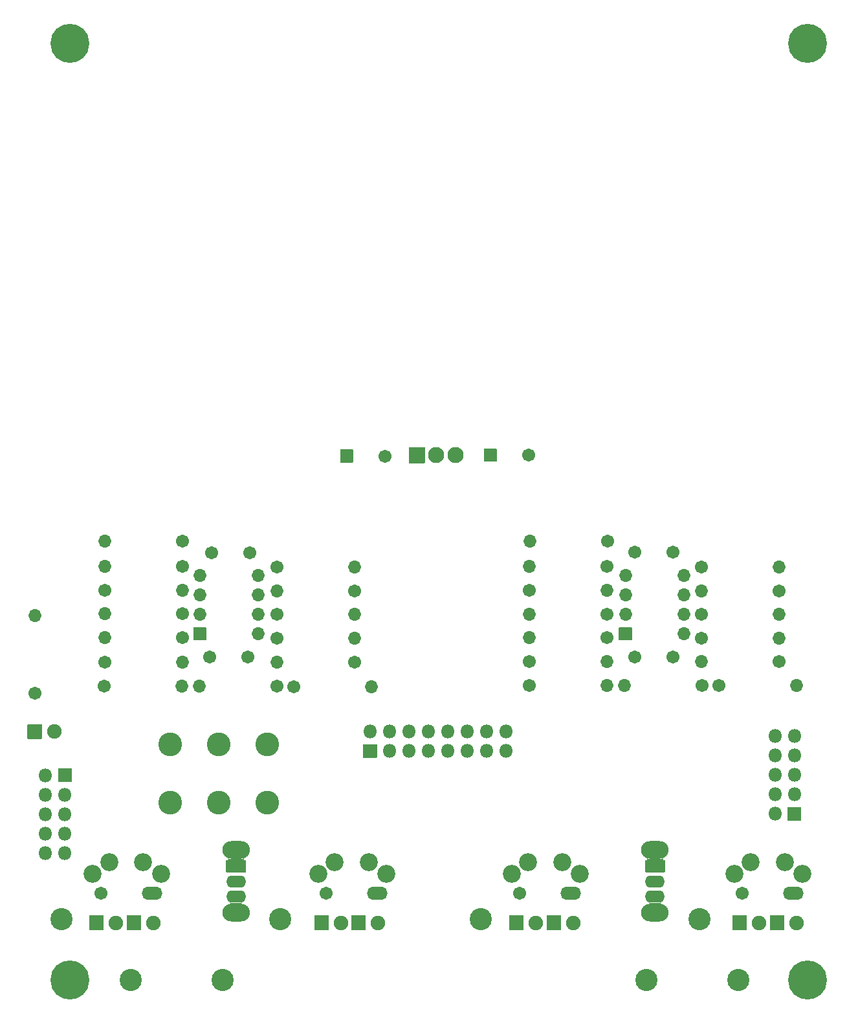
<source format=gbr>
G04 #@! TF.GenerationSoftware,KiCad,Pcbnew,(5.1.10)-1*
G04 #@! TF.CreationDate,2021-12-25T05:28:49-08:00*
G04 #@! TF.ProjectId,PBJ EU,50424a20-4555-42e6-9b69-6361645f7063,4.1*
G04 #@! TF.SameCoordinates,Original*
G04 #@! TF.FileFunction,Soldermask,Bot*
G04 #@! TF.FilePolarity,Negative*
%FSLAX46Y46*%
G04 Gerber Fmt 4.6, Leading zero omitted, Abs format (unit mm)*
G04 Created by KiCad (PCBNEW (5.1.10)-1) date 2021-12-25 05:28:49*
%MOMM*%
%LPD*%
G01*
G04 APERTURE LIST*
%ADD10C,3.102000*%
%ADD11C,1.902000*%
%ADD12O,1.702000X1.702000*%
%ADD13C,1.702000*%
%ADD14O,3.602000X2.302000*%
%ADD15O,2.602000X1.602000*%
%ADD16C,2.102000*%
%ADD17C,2.902000*%
%ADD18O,2.702000X1.702000*%
%ADD19C,2.352000*%
%ADD20C,5.102000*%
%ADD21O,1.802000X1.802000*%
%ADD22C,0.100000*%
G04 APERTURE END LIST*
D10*
X60650000Y-124690000D03*
X60650000Y-132310000D03*
X67000000Y-124690000D03*
X67000000Y-132310000D03*
X73350000Y-124690000D03*
X73350000Y-132310000D03*
D11*
X108490000Y-148000000D03*
G36*
G01*
X104999000Y-148900000D02*
X104999000Y-147100000D01*
G75*
G02*
X105050000Y-147049000I51000J0D01*
G01*
X106850000Y-147049000D01*
G75*
G02*
X106901000Y-147100000I0J-51000D01*
G01*
X106901000Y-148900000D01*
G75*
G02*
X106850000Y-148951000I-51000J0D01*
G01*
X105050000Y-148951000D01*
G75*
G02*
X104999000Y-148900000I0J51000D01*
G01*
G37*
D12*
X74630000Y-113930000D03*
D13*
X84790000Y-113930000D03*
D12*
X84770000Y-107670000D03*
D13*
X74610000Y-107670000D03*
D12*
X140290000Y-107660000D03*
D13*
X130130000Y-107660000D03*
D12*
X42920000Y-107840000D03*
D13*
X42920000Y-118000000D03*
D12*
X130120000Y-113870000D03*
D13*
X140280000Y-113870000D03*
D12*
X117770000Y-116940000D03*
D13*
X107610000Y-116940000D03*
D12*
X64440000Y-117080000D03*
D13*
X74600000Y-117080000D03*
D12*
X62200000Y-117080000D03*
D13*
X52040000Y-117080000D03*
D12*
X120060000Y-116940000D03*
D13*
X130220000Y-116940000D03*
D12*
X117790000Y-113800000D03*
D13*
X107630000Y-113800000D03*
D12*
X62240000Y-113890000D03*
D13*
X52080000Y-113890000D03*
D12*
X62260000Y-104500000D03*
D13*
X52100000Y-104500000D03*
D12*
X52080000Y-110710000D03*
D13*
X62240000Y-110710000D03*
D12*
X52090000Y-107600000D03*
D13*
X62250000Y-107600000D03*
D12*
X107620000Y-110720000D03*
D13*
X117780000Y-110720000D03*
X88730000Y-86950000D03*
G36*
G01*
X82879000Y-87750000D02*
X82879000Y-86150000D01*
G75*
G02*
X82930000Y-86099000I51000J0D01*
G01*
X84530000Y-86099000D01*
G75*
G02*
X84581000Y-86150000I0J-51000D01*
G01*
X84581000Y-87750000D01*
G75*
G02*
X84530000Y-87801000I-51000J0D01*
G01*
X82930000Y-87801000D01*
G75*
G02*
X82879000Y-87750000I0J51000D01*
G01*
G37*
X66050000Y-99600000D03*
X71050000Y-99600000D03*
X121400000Y-99550000D03*
X126400000Y-99550000D03*
X121450000Y-113250000D03*
X126450000Y-113250000D03*
X65800000Y-113200000D03*
X70800000Y-113200000D03*
D11*
X53540000Y-148000000D03*
G36*
G01*
X50049000Y-148900000D02*
X50049000Y-147100000D01*
G75*
G02*
X50100000Y-147049000I51000J0D01*
G01*
X51900000Y-147049000D01*
G75*
G02*
X51951000Y-147100000I0J-51000D01*
G01*
X51951000Y-148900000D01*
G75*
G02*
X51900000Y-148951000I-51000J0D01*
G01*
X50100000Y-148951000D01*
G75*
G02*
X50049000Y-148900000I0J51000D01*
G01*
G37*
D12*
X140290000Y-110770000D03*
D13*
X130130000Y-110770000D03*
D12*
X72130000Y-110200000D03*
X64510000Y-102580000D03*
X72130000Y-107660000D03*
X64510000Y-105120000D03*
X72130000Y-105120000D03*
X64510000Y-107660000D03*
X72130000Y-102580000D03*
G36*
G01*
X63659000Y-111000000D02*
X63659000Y-109400000D01*
G75*
G02*
X63710000Y-109349000I51000J0D01*
G01*
X65310000Y-109349000D01*
G75*
G02*
X65361000Y-109400000I0J-51000D01*
G01*
X65361000Y-111000000D01*
G75*
G02*
X65310000Y-111051000I-51000J0D01*
G01*
X63710000Y-111051000D01*
G75*
G02*
X63659000Y-111000000I0J51000D01*
G01*
G37*
X142570000Y-116940000D03*
D13*
X132410000Y-116940000D03*
D14*
X69250000Y-146700000D03*
X69250000Y-138500000D03*
D15*
X69250000Y-144600000D03*
X69250000Y-142600000D03*
G36*
G01*
X68000000Y-139799000D02*
X70500000Y-139799000D01*
G75*
G02*
X70551000Y-139850000I0J-51000D01*
G01*
X70551000Y-141350000D01*
G75*
G02*
X70500000Y-141401000I-51000J0D01*
G01*
X68000000Y-141401000D01*
G75*
G02*
X67949000Y-141350000I0J51000D01*
G01*
X67949000Y-139850000D01*
G75*
G02*
X68000000Y-139799000I51000J0D01*
G01*
G37*
D16*
X98010000Y-86850000D03*
X95470000Y-86850000D03*
G36*
G01*
X91879000Y-87850000D02*
X91879000Y-85850000D01*
G75*
G02*
X91930000Y-85799000I51000J0D01*
G01*
X93930000Y-85799000D01*
G75*
G02*
X93981000Y-85850000I0J-51000D01*
G01*
X93981000Y-87850000D01*
G75*
G02*
X93930000Y-87901000I-51000J0D01*
G01*
X91930000Y-87901000D01*
G75*
G02*
X91879000Y-87850000I0J51000D01*
G01*
G37*
D12*
X86980000Y-117090000D03*
D13*
X76820000Y-117090000D03*
D17*
X46400000Y-147500000D03*
X75000000Y-147500000D03*
X101270000Y-147500000D03*
D12*
X84770000Y-110800000D03*
D13*
X74610000Y-110800000D03*
D17*
X129870000Y-147500000D03*
D13*
X107530000Y-86850000D03*
G36*
G01*
X101679000Y-87650000D02*
X101679000Y-86050000D01*
G75*
G02*
X101730000Y-85999000I51000J0D01*
G01*
X103330000Y-85999000D01*
G75*
G02*
X103381000Y-86050000I0J-51000D01*
G01*
X103381000Y-87650000D01*
G75*
G02*
X103330000Y-87701000I-51000J0D01*
G01*
X101730000Y-87701000D01*
G75*
G02*
X101679000Y-87650000I0J51000D01*
G01*
G37*
D14*
X124100000Y-146700000D03*
X124100000Y-138500000D03*
D15*
X124100000Y-144600000D03*
X124100000Y-142600000D03*
G36*
G01*
X122850000Y-139799000D02*
X125350000Y-139799000D01*
G75*
G02*
X125401000Y-139850000I0J-51000D01*
G01*
X125401000Y-141350000D01*
G75*
G02*
X125350000Y-141401000I-51000J0D01*
G01*
X122850000Y-141401000D01*
G75*
G02*
X122799000Y-141350000I0J51000D01*
G01*
X122799000Y-139850000D01*
G75*
G02*
X122850000Y-139799000I51000J0D01*
G01*
G37*
D11*
X45460000Y-123000000D03*
G36*
G01*
X41969000Y-123900000D02*
X41969000Y-122100000D01*
G75*
G02*
X42020000Y-122049000I51000J0D01*
G01*
X43820000Y-122049000D01*
G75*
G02*
X43871000Y-122100000I0J-51000D01*
G01*
X43871000Y-123900000D01*
G75*
G02*
X43820000Y-123951000I-51000J0D01*
G01*
X42020000Y-123951000D01*
G75*
G02*
X41969000Y-123900000I0J51000D01*
G01*
G37*
X87840000Y-148000000D03*
G36*
G01*
X84349000Y-148900000D02*
X84349000Y-147100000D01*
G75*
G02*
X84400000Y-147049000I51000J0D01*
G01*
X86200000Y-147049000D01*
G75*
G02*
X86251000Y-147100000I0J-51000D01*
G01*
X86251000Y-148900000D01*
G75*
G02*
X86200000Y-148951000I-51000J0D01*
G01*
X84400000Y-148951000D01*
G75*
G02*
X84349000Y-148900000I0J51000D01*
G01*
G37*
X82990000Y-148000000D03*
G36*
G01*
X79499000Y-148900000D02*
X79499000Y-147100000D01*
G75*
G02*
X79550000Y-147049000I51000J0D01*
G01*
X81350000Y-147049000D01*
G75*
G02*
X81401000Y-147100000I0J-51000D01*
G01*
X81401000Y-148900000D01*
G75*
G02*
X81350000Y-148951000I-51000J0D01*
G01*
X79550000Y-148951000D01*
G75*
G02*
X79499000Y-148900000I0J51000D01*
G01*
G37*
X142590000Y-148000000D03*
G36*
G01*
X139099000Y-148900000D02*
X139099000Y-147100000D01*
G75*
G02*
X139150000Y-147049000I51000J0D01*
G01*
X140950000Y-147049000D01*
G75*
G02*
X141001000Y-147100000I0J-51000D01*
G01*
X141001000Y-148900000D01*
G75*
G02*
X140950000Y-148951000I-51000J0D01*
G01*
X139150000Y-148951000D01*
G75*
G02*
X139099000Y-148900000I0J51000D01*
G01*
G37*
X137690000Y-148000000D03*
G36*
G01*
X134199000Y-148900000D02*
X134199000Y-147100000D01*
G75*
G02*
X134250000Y-147049000I51000J0D01*
G01*
X136050000Y-147049000D01*
G75*
G02*
X136101000Y-147100000I0J-51000D01*
G01*
X136101000Y-148900000D01*
G75*
G02*
X136050000Y-148951000I-51000J0D01*
G01*
X134250000Y-148951000D01*
G75*
G02*
X134199000Y-148900000I0J51000D01*
G01*
G37*
D13*
X51580000Y-144150000D03*
D18*
X58260000Y-144150000D03*
D19*
X59420000Y-141600000D03*
X57120000Y-140100000D03*
X52670000Y-140100000D03*
X50520000Y-141600000D03*
D11*
X58440000Y-148000000D03*
G36*
G01*
X54949000Y-148900000D02*
X54949000Y-147100000D01*
G75*
G02*
X55000000Y-147049000I51000J0D01*
G01*
X56800000Y-147049000D01*
G75*
G02*
X56851000Y-147100000I0J-51000D01*
G01*
X56851000Y-148900000D01*
G75*
G02*
X56800000Y-148951000I-51000J0D01*
G01*
X55000000Y-148951000D01*
G75*
G02*
X54949000Y-148900000I0J51000D01*
G01*
G37*
D13*
X81080000Y-144150000D03*
D18*
X87760000Y-144150000D03*
D19*
X88920000Y-141600000D03*
X86620000Y-140100000D03*
X82170000Y-140100000D03*
X80020000Y-141600000D03*
D11*
X113390000Y-148000000D03*
G36*
G01*
X109899000Y-148900000D02*
X109899000Y-147100000D01*
G75*
G02*
X109950000Y-147049000I51000J0D01*
G01*
X111750000Y-147049000D01*
G75*
G02*
X111801000Y-147100000I0J-51000D01*
G01*
X111801000Y-148900000D01*
G75*
G02*
X111750000Y-148951000I-51000J0D01*
G01*
X109950000Y-148951000D01*
G75*
G02*
X109899000Y-148900000I0J51000D01*
G01*
G37*
D13*
X106380000Y-144150000D03*
D18*
X113060000Y-144150000D03*
D19*
X114220000Y-141600000D03*
X111920000Y-140100000D03*
X107470000Y-140100000D03*
X105320000Y-141600000D03*
D13*
X135530000Y-144150000D03*
D18*
X142210000Y-144150000D03*
D19*
X143370000Y-141600000D03*
X141070000Y-140100000D03*
X136620000Y-140100000D03*
X134470000Y-141600000D03*
D20*
X47500000Y-155500000D03*
X144020000Y-155500000D03*
X144020000Y-33000000D03*
X47500000Y-33000000D03*
D17*
X55500000Y-155500000D03*
X67500000Y-155500000D03*
X123000000Y-155500000D03*
X135000000Y-155500000D03*
G36*
G01*
X87650000Y-126441000D02*
X85950000Y-126441000D01*
G75*
G02*
X85899000Y-126390000I0J51000D01*
G01*
X85899000Y-124690000D01*
G75*
G02*
X85950000Y-124639000I51000J0D01*
G01*
X87650000Y-124639000D01*
G75*
G02*
X87701000Y-124690000I0J-51000D01*
G01*
X87701000Y-126390000D01*
G75*
G02*
X87650000Y-126441000I-51000J0D01*
G01*
G37*
D21*
X86800000Y-123000000D03*
X89340000Y-125540000D03*
X89340000Y-123000000D03*
X91880000Y-125540000D03*
X91880000Y-123000000D03*
X94420000Y-125540000D03*
X94420000Y-123000000D03*
X96960000Y-125540000D03*
X96960000Y-123000000D03*
X99500000Y-125540000D03*
X99500000Y-123000000D03*
X102040000Y-125540000D03*
X102040000Y-123000000D03*
X104580000Y-125540000D03*
X104580000Y-123000000D03*
G36*
G01*
X119359000Y-111000000D02*
X119359000Y-109400000D01*
G75*
G02*
X119410000Y-109349000I51000J0D01*
G01*
X121010000Y-109349000D01*
G75*
G02*
X121061000Y-109400000I0J-51000D01*
G01*
X121061000Y-111000000D01*
G75*
G02*
X121010000Y-111051000I-51000J0D01*
G01*
X119410000Y-111051000D01*
G75*
G02*
X119359000Y-111000000I0J51000D01*
G01*
G37*
D12*
X127830000Y-102580000D03*
X120210000Y-107660000D03*
X127830000Y-105120000D03*
X120210000Y-105120000D03*
X127830000Y-107660000D03*
X120210000Y-102580000D03*
X127830000Y-110200000D03*
G36*
G01*
X47781000Y-127860000D02*
X47781000Y-129560000D01*
G75*
G02*
X47730000Y-129611000I-51000J0D01*
G01*
X46030000Y-129611000D01*
G75*
G02*
X45979000Y-129560000I0J51000D01*
G01*
X45979000Y-127860000D01*
G75*
G02*
X46030000Y-127809000I51000J0D01*
G01*
X47730000Y-127809000D01*
G75*
G02*
X47781000Y-127860000I0J-51000D01*
G01*
G37*
D21*
X44340000Y-128710000D03*
X46880000Y-131250000D03*
X44340000Y-131250000D03*
X46880000Y-133790000D03*
X44340000Y-133790000D03*
X46880000Y-136330000D03*
X44340000Y-136330000D03*
X46880000Y-138870000D03*
X44340000Y-138870000D03*
X139790000Y-123590000D03*
X142330000Y-123590000D03*
X139790000Y-126130000D03*
X142330000Y-126130000D03*
X139790000Y-128670000D03*
X142330000Y-128670000D03*
X139790000Y-131210000D03*
X142330000Y-131210000D03*
X139790000Y-133750000D03*
G36*
G01*
X143231000Y-132900000D02*
X143231000Y-134600000D01*
G75*
G02*
X143180000Y-134651000I-51000J0D01*
G01*
X141480000Y-134651000D01*
G75*
G02*
X141429000Y-134600000I0J51000D01*
G01*
X141429000Y-132900000D01*
G75*
G02*
X141480000Y-132849000I51000J0D01*
G01*
X143180000Y-132849000D01*
G75*
G02*
X143231000Y-132900000I0J-51000D01*
G01*
G37*
D12*
X117760000Y-104550000D03*
D13*
X107600000Y-104550000D03*
D12*
X107610000Y-107650000D03*
D13*
X117770000Y-107650000D03*
X84760000Y-104570000D03*
D12*
X74600000Y-104570000D03*
D13*
X140290000Y-104570000D03*
D12*
X130130000Y-104570000D03*
X84800000Y-101430000D03*
D13*
X74640000Y-101430000D03*
X130120000Y-101470000D03*
D12*
X140280000Y-101470000D03*
X52070000Y-98044000D03*
D13*
X62230000Y-98044000D03*
D12*
X107696000Y-98044000D03*
D13*
X117856000Y-98044000D03*
X62230000Y-101346000D03*
D12*
X52070000Y-101346000D03*
D13*
X117770000Y-101346000D03*
D12*
X107610000Y-101346000D03*
D22*
G36*
X123292629Y-145337310D02*
G01*
X123294240Y-145338171D01*
X123444128Y-145383639D01*
X123600094Y-145399000D01*
X124599906Y-145399000D01*
X124755872Y-145383639D01*
X124905760Y-145338171D01*
X124907372Y-145337309D01*
X124909371Y-145337374D01*
X124910314Y-145339138D01*
X124909426Y-145340736D01*
X124894321Y-145350829D01*
X124877274Y-145367876D01*
X124863880Y-145387923D01*
X124854653Y-145410197D01*
X124849949Y-145433847D01*
X124849949Y-145457953D01*
X124854653Y-145481603D01*
X124863880Y-145503877D01*
X124877275Y-145523925D01*
X124894322Y-145540972D01*
X124914369Y-145554366D01*
X124936643Y-145563593D01*
X124954460Y-145567137D01*
X124955964Y-145568456D01*
X124955574Y-145570418D01*
X124953874Y-145571089D01*
X124749906Y-145551000D01*
X123450094Y-145551000D01*
X123246124Y-145571089D01*
X123244302Y-145570264D01*
X123244106Y-145568274D01*
X123245538Y-145567137D01*
X123263358Y-145563592D01*
X123285632Y-145554366D01*
X123305679Y-145540971D01*
X123322726Y-145523924D01*
X123336121Y-145503876D01*
X123345347Y-145481602D01*
X123350051Y-145457952D01*
X123350051Y-145433846D01*
X123345346Y-145410196D01*
X123336120Y-145387922D01*
X123322725Y-145367875D01*
X123305678Y-145350828D01*
X123290575Y-145340737D01*
X123289690Y-145338943D01*
X123290801Y-145337280D01*
X123292629Y-145337310D01*
G37*
G36*
X68442629Y-145337310D02*
G01*
X68444240Y-145338171D01*
X68594128Y-145383639D01*
X68750094Y-145399000D01*
X69749906Y-145399000D01*
X69905872Y-145383639D01*
X70055760Y-145338171D01*
X70057372Y-145337309D01*
X70059371Y-145337374D01*
X70060314Y-145339138D01*
X70059426Y-145340736D01*
X70044321Y-145350829D01*
X70027274Y-145367876D01*
X70013880Y-145387923D01*
X70004653Y-145410197D01*
X69999949Y-145433847D01*
X69999949Y-145457953D01*
X70004653Y-145481603D01*
X70013880Y-145503877D01*
X70027275Y-145523925D01*
X70044322Y-145540972D01*
X70064369Y-145554366D01*
X70086643Y-145563593D01*
X70104460Y-145567137D01*
X70105964Y-145568456D01*
X70105574Y-145570418D01*
X70103874Y-145571089D01*
X69899906Y-145551000D01*
X68600094Y-145551000D01*
X68396124Y-145571089D01*
X68394302Y-145570264D01*
X68394106Y-145568274D01*
X68395538Y-145567137D01*
X68413358Y-145563592D01*
X68435632Y-145554366D01*
X68455679Y-145540971D01*
X68472726Y-145523924D01*
X68486121Y-145503876D01*
X68495347Y-145481602D01*
X68500051Y-145457952D01*
X68500051Y-145433846D01*
X68495346Y-145410196D01*
X68486120Y-145387922D01*
X68472725Y-145367875D01*
X68455678Y-145350828D01*
X68440575Y-145340737D01*
X68439690Y-145338943D01*
X68440801Y-145337280D01*
X68442629Y-145337310D01*
G37*
G36*
X68375846Y-139626914D02*
G01*
X68600094Y-139649000D01*
X69899906Y-139649000D01*
X70124154Y-139626914D01*
X70337291Y-139562259D01*
X70339239Y-139562713D01*
X70339820Y-139564627D01*
X70338983Y-139565836D01*
X70319386Y-139578929D01*
X70302339Y-139595976D01*
X70288945Y-139616024D01*
X70279718Y-139638298D01*
X70275014Y-139661948D01*
X70275014Y-139686054D01*
X70279718Y-139709704D01*
X70288945Y-139731978D01*
X70302339Y-139752026D01*
X70319386Y-139769073D01*
X70339434Y-139782467D01*
X70361665Y-139791677D01*
X70397704Y-139797022D01*
X70399271Y-139798265D01*
X70398978Y-139800243D01*
X70397411Y-139801000D01*
X68102589Y-139801000D01*
X68100857Y-139800000D01*
X68100857Y-139798000D01*
X68102393Y-139797010D01*
X68126580Y-139794628D01*
X68149655Y-139787628D01*
X68170919Y-139776263D01*
X68189556Y-139760968D01*
X68204851Y-139742331D01*
X68216216Y-139721067D01*
X68223216Y-139697992D01*
X68225579Y-139674001D01*
X68223216Y-139650010D01*
X68216216Y-139626935D01*
X68204851Y-139605671D01*
X68189586Y-139587070D01*
X68160834Y-139565747D01*
X68160038Y-139563912D01*
X68161229Y-139562306D01*
X68162606Y-139562227D01*
X68375846Y-139626914D01*
G37*
G36*
X123225846Y-139626914D02*
G01*
X123450094Y-139649000D01*
X124749906Y-139649000D01*
X124974154Y-139626914D01*
X125187291Y-139562259D01*
X125189239Y-139562713D01*
X125189820Y-139564627D01*
X125188983Y-139565836D01*
X125169386Y-139578929D01*
X125152339Y-139595976D01*
X125138945Y-139616024D01*
X125129718Y-139638298D01*
X125125014Y-139661948D01*
X125125014Y-139686054D01*
X125129718Y-139709704D01*
X125138945Y-139731978D01*
X125152339Y-139752026D01*
X125169386Y-139769073D01*
X125189434Y-139782467D01*
X125211665Y-139791677D01*
X125247704Y-139797022D01*
X125249271Y-139798265D01*
X125248978Y-139800243D01*
X125247411Y-139801000D01*
X122952589Y-139801000D01*
X122950857Y-139800000D01*
X122950857Y-139798000D01*
X122952393Y-139797010D01*
X122976580Y-139794628D01*
X122999655Y-139787628D01*
X123020919Y-139776263D01*
X123039556Y-139760968D01*
X123054851Y-139742331D01*
X123066216Y-139721067D01*
X123073216Y-139697992D01*
X123075579Y-139674001D01*
X123073216Y-139650010D01*
X123066216Y-139626935D01*
X123054851Y-139605671D01*
X123039586Y-139587070D01*
X123010834Y-139565747D01*
X123010038Y-139563912D01*
X123011229Y-139562306D01*
X123012606Y-139562227D01*
X123225846Y-139626914D01*
G37*
M02*

</source>
